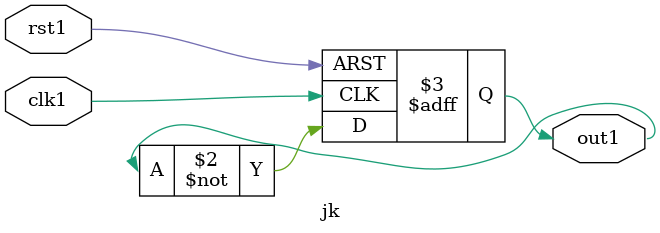
<source format=v>
module jk (clk1,rst1,out1);
input clk1;
input rst1;
output out1;
reg out1;
always@(posedge clk1 or posedge rst1) begin
	if(rst1) out1 <= 0;
	else out1 <= ~out1;
end
endmodule
</source>
